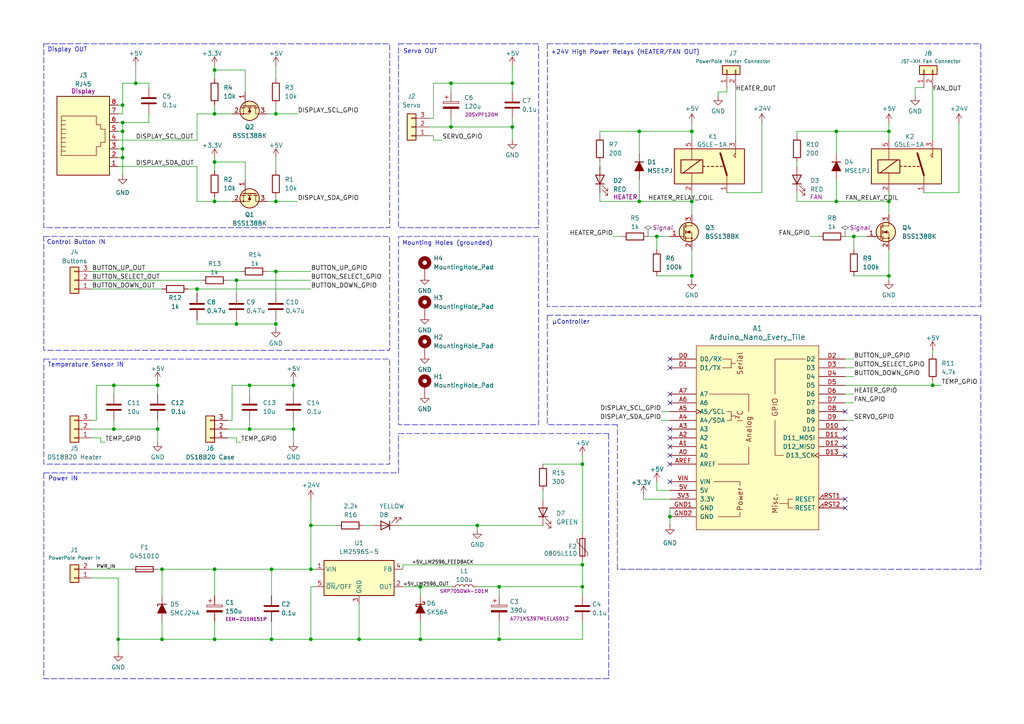
<source format=kicad_sch>
(kicad_sch (version 20231120) (generator "eeschema") (generator_version "8.0")
  (paper "A4")
  (title_block (title "Automated Enclosure Heater PCB") (date "2024-03-24") (rev "v0.1") (comment 1 "Author: Timo Tomasini"))
  (lib_symbols
    (symbol "Connector:RJ45" (pin_names (offset 1.016))
      (property "Reference" "J" (at -5.08 13.97 0))
      (property "Value" "RJ45" (at 2.54 13.97 0))
      (symbol "RJ45_1_1"
        (pin passive line (at 10.16 -7.62 180) (length 2.54) (name "~") (number "1"))
        (pin passive line (at 10.16 -5.08 180) (length 2.54) (name "~") (number "2"))
        (pin passive line (at 10.16 -2.54 180) (length 2.54) (name "~") (number "3"))
        (pin passive line (at 10.16 0 180) (length 2.54) (name "~") (number "4"))
        (pin passive line (at 10.16 2.54 180) (length 2.54) (name "~") (number "5"))
        (pin passive line (at 10.16 5.08 180) (length 2.54) (name "~") (number "6"))
        (pin passive line (at 10.16 7.62 180) (length 2.54) (name "~") (number "7"))
        (pin passive line (at 10.16 10.16 180) (length 2.54) (name "~") (number "8"))
      )
    )
    (symbol "Connector_Generic:Conn_01x02" (pin_names (offset 1.016) hide)
      (property "Reference" "J" (at 0 2.54 0))
      (property "Value" "Conn_01x02" (at 0 -5.08 0))
      (symbol "Conn_01x02_1_1"
        (pin passive line (at -5.08 0 0) (length 3.81) (name "Pin_1") (number "1"))
        (pin passive line (at -5.08 -2.54 0) (length 3.81) (name "Pin_2") (number "2"))
      )
    )
    (symbol "Connector_Generic:Conn_01x03" (pin_names (offset 1.016) hide)
      (property "Reference" "J" (at 0 5.08 0))
      (property "Value" "Conn_01x03" (at 0 -5.08 0))
      (symbol "Conn_01x03_1_1"
        (pin passive line (at -5.08 2.54 0) (length 3.81) (name "Pin_1") (number "1"))
        (pin passive line (at -5.08 0 0) (length 3.81) (name "Pin_2") (number "2"))
        (pin passive line (at -5.08 -2.54 0) (length 3.81) (name "Pin_3") (number "3"))
      )
    )
    (symbol "Device:C" (pin_numbers hide) (pin_names (offset 0.254))
      (property "Reference" "C" (at 0.635 2.54 0))
      (property "Value" "C" (at 0.635 -2.54 0))
      (symbol "C_1_1"
        (pin passive line (at 0 3.81 270) (length 2.794) (name "~") (number "1"))
        (pin passive line (at 0 -3.81 90) (length 2.794) (name "~") (number "2"))
      )
    )
    (symbol "Device:C_Polarized" (pin_numbers hide) (pin_names (offset 0.254))
      (property "Reference" "C" (at 0.635 2.54 0))
      (property "Value" "C_Polarized" (at 0.635 -2.54 0))
      (symbol "C_Polarized_1_1"
        (pin passive line (at 0 3.81 270) (length 2.794) (name "~") (number "1"))
        (pin passive line (at 0 -3.81 90) (length 2.794) (name "~") (number "2"))
      )
    )
    (symbol "Device:Fuse" (pin_numbers hide) (pin_names (offset 0))
      (property "Reference" "F" (at 2.032 0 90))
      (property "Value" "Fuse" (at -1.905 0 90))
      (symbol "Fuse_1_1"
        (pin passive line (at 0 3.81 270) (length 1.27) (name "~") (number "1"))
        (pin passive line (at 0 -3.81 90) (length 1.27) (name "~") (number "2"))
      )
    )
    (symbol "Device:L" (pin_numbers hide) (pin_names (offset 1.016) hide)
      (property "Reference" "L" (at -1.27 0 90))
      (property "Value" "L" (at 1.905 0 90))
      (symbol "L_1_1"
        (pin passive line (at 0 3.81 270) (length 1.27) (name "1") (number "1"))
        (pin passive line (at 0 -3.81 90) (length 1.27) (name "2") (number "2"))
      )
    )
    (symbol "Device:LED" (pin_numbers hide) (pin_names (offset 1.016) hide)
      (property "Reference" "D" (at 0 2.54 0))
      (property "Value" "LED" (at 0 -2.54 0))
      (symbol "LED_1_1"
        (pin passive line (at -3.81 0 0) (length 2.54) (name "K") (number "1"))
        (pin passive line (at 3.81 0 180) (length 2.54) (name "A") (number "2"))
      )
    )
    (symbol "Device:Polyfuse" (pin_numbers hide) (pin_names (offset 0))
      (property "Reference" "F" (at -2.54 0 90))
      (property "Value" "Polyfuse" (at 2.54 0 90))
      (symbol "Polyfuse_1_1"
        (pin passive line (at 0 3.81 270) (length 1.27) (name "~") (number "1"))
        (pin passive line (at 0 -3.81 90) (length 1.27) (name "~") (number "2"))
      )
    )
    (symbol "Device:R" (pin_numbers hide) (pin_names (offset 0))
      (property "Reference" "R" (at 2.032 0 90))
      (property "Value" "R" (at 0 0 90))
      (symbol "R_1_1"
        (pin passive line (at 0 3.81 270) (length 1.27) (name "~") (number "1"))
        (pin passive line (at 0 -3.81 90) (length 1.27) (name "~") (number "2"))
      )
    )
    (symbol "Mechanical:MountingHole_Pad" (pin_numbers hide) (pin_names (offset 1.016) hide) (exclude_from_sim yes) (in_bom no)
      (property "Reference" "H" (at 0 6.35 0))
      (property "Value" "MountingHole_Pad" (at 0 4.445 0))
      (symbol "MountingHole_Pad_1_1"
        (pin input line (at 0 -2.54 90) (length 2.54) (name "1") (number "1"))
      )
    )
    (symbol "PCM_Diode_AKL:MSE1PJ" (pin_numbers hide) (pin_names (offset 1.016) hide)
      (property "Reference" "D" (at 0 5.08 0))
      (property "Value" "MSE1PJ" (at 0 2.54 0))
      (symbol "MSE1PJ_1_1"
        (pin passive line (at 3.81 0 180) (length 2.54) (name "K") (number "1"))
        (pin passive line (at -3.81 0 0) (length 2.54) (name "A") (number "2"))
      )
    )
    (symbol "PCM_Diode_Schottky_AKL:SK56" (pin_numbers hide) (pin_names (offset 1.016) hide)
      (property "Reference" "D" (at 0 5.08 0))
      (property "Value" "SK56" (at 0 2.54 0))
      (symbol "SK56_1_1"
        (pin passive line (at 3.81 0 180) (length 2.54) (name "K") (number "1"))
        (pin passive line (at -3.81 0 0) (length 2.54) (name "A") (number "2"))
      )
    )
    (symbol "PCM_Diode_TVS_AKL:SMCJ24A" (pin_numbers hide) (pin_names (offset 1.016) hide)
      (property "Reference" "D" (at 0 5.08 0))
      (property "Value" "SMCJ24A" (at 0 2.54 0))
      (symbol "SMCJ24A_1_1"
        (pin passive line (at 3.81 0 180) (length 2.54) (name "K") (number "1"))
        (pin passive line (at -3.81 0 0) (length 2.54) (name "A") (number "2"))
      )
    )
    (symbol "PCM_Transistor_MOSFET_AKL:BSS138BK" (pin_names hide)
      (property "Reference" "Q" (at 5.08 1.27 0))
      (property "Value" "BSS138BK" (at 5.08 -1.27 0))
      (symbol "BSS138BK_1_1"
        (pin input line (at -3.81 -1.27 0) (length 2.54) (name "G") (number "1"))
        (pin passive line (at 2.54 -5.08 90) (length 2.54) (name "S") (number "2"))
        (pin passive line (at 2.54 5.08 270) (length 2.54) (name "D") (number "3"))
      )
    )
    (symbol "PCM_arduino-library:Arduino_Nano_Every_Tile" (pin_names (offset 1.016))
      (property "Reference" "A" (at 0 33.02 0))
      (property "Value" "Arduino_Nano_Every_Tile" (at 0 29.21 0))
      (symbol "Arduino_Nano_Every_Tile_0_0"
        (text "Analog" (at -2.54 2.54 900) (effects (font (size 1.524 1.524))))
        (text "I²C" (at -5.08 6.35 900) (effects (font (size 1.524 1.524))))
        (text "Misc." (at 5.08 -19.05 900) (effects (font (size 1.524 1.524))))
        (text "Power" (at -5.08 -17.78 900) (effects (font (size 1.524 1.524))))
        (text "Serial" (at -5.08 21.59 900) (effects (font (size 1.524 1.524))))
      )
      (symbol "Arduino_Nano_Every_Tile_1_0"
        (text "GPIO" (at 5.08 8.89 900) (effects (font (size 1.524 1.524))))
      )
      (symbol "Arduino_Nano_Every_Tile_1_1"
        (pin power_out line (at -25.4 -17.78 0) (length 7.62) (name "3.3V") (number "3V3"))
        (pin power_in line (at -25.4 -15.24 0) (length 7.62) (name "5V") (number "5V"))
        (pin bidirectional line (at -25.4 -5.08 0) (length 7.62) (name "A0") (number "A0"))
        (pin bidirectional line (at -25.4 -2.54 0) (length 7.62) (name "A1") (number "A1"))
        (pin bidirectional line (at -25.4 0 0) (length 7.62) (name "A2") (number "A2"))
        (pin bidirectional line (at -25.4 2.54 0) (length 7.62) (name "A3") (number "A3"))
        (pin bidirectional line (at -25.4 5.08 0) (length 7.62) (name "A4/SDA") (number "A4"))
        (pin bidirectional clock (at -25.4 7.62 0) (length 7.62) (name "A5/SCL") (number "A5"))
        (pin input line (at -25.4 10.16 0) (length 7.62) (name "A6") (number "A6"))
        (pin input line (at -25.4 12.7 0) (length 7.62) (name "A7") (number "A7"))
        (pin input line (at -25.4 -7.62 0) (length 7.62) (name "AREF") (number "AREF"))
        (pin bidirectional line (at -25.4 22.86 0) (length 7.62) (name "D0/RX") (number "D0"))
        (pin bidirectional line (at -25.4 20.32 0) (length 7.62) (name "D1/TX") (number "D1"))
        (pin bidirectional line (at 25.4 2.54 180) (length 7.62) (name "D10") (number "D10"))
        (pin bidirectional line (at 25.4 0 180) (length 7.62) (name "D11_MOSI") (number "D11"))
        (pin bidirectional line (at 25.4 -2.54 180) (length 7.62) (name "D12_MISO") (number "D12"))
        (pin bidirectional clock (at 25.4 -5.08 180) (length 7.62) (name "D13_SCK") (number "D13"))
        (pin bidirectional line (at 25.4 22.86 180) (length 7.62) (name "D2") (number "D2"))
        (pin bidirectional line (at 25.4 20.32 180) (length 7.62) (name "D3") (number "D3"))
        (pin bidirectional line (at 25.4 17.78 180) (length 7.62) (name "D4") (number "D4"))
        (pin bidirectional line (at 25.4 15.24 180) (length 7.62) (name "D5") (number "D5"))
        (pin bidirectional line (at 25.4 12.7 180) (length 7.62) (name "D6") (number "D6"))
        (pin bidirectional line (at 25.4 10.16 180) (length 7.62) (name "D7") (number "D7"))
        (pin bidirectional line (at 25.4 7.62 180) (length 7.62) (name "D8") (number "D8"))
        (pin bidirectional line (at 25.4 5.08 180) (length 7.62) (name "D9") (number "D9"))
        (pin power_in line (at -25.4 -20.32 0) (length 7.62) (name "GND") (number "GND1"))
        (pin power_in line (at -25.4 -22.86 0) (length 7.62) (name "GND") (number "GND2"))
        (pin open_collector input_low (at 25.4 -17.78 180) (length 7.62) (name "RESET") (number "RST1"))
        (pin open_collector input_low (at 25.4 -20.32 180) (length 7.62) (name "RESET") (number "RST2"))
        (pin power_in line (at -25.4 -12.7 0) (length 7.62) (name "VIN") (number "VIN"))
      )
    )
    (symbol "Regulator_Switching:LM2596S-5"
      (property "Reference" "U" (at -10.16 6.35 0))
      (property "Value" "LM2596S-5" (at 0 6.35 0))
      (symbol "LM2596S-5_1_1"
        (pin power_in line (at -12.7 2.54 0) (length 2.54) (name "VIN") (number "1"))
        (pin output line (at 12.7 -2.54 180) (length 2.54) (name "OUT") (number "2"))
        (pin power_in line (at 0 -7.62 90) (length 2.54) (name "GND") (number "3"))
        (pin input line (at 12.7 2.54 180) (length 2.54) (name "FB") (number "4"))
        (pin input line (at -12.7 -2.54 0) (length 2.54) (name "~{ON}/OFF") (number "5"))
      )
    )
    (symbol "Symbol_Library:G5LE-1A"
      (property "Reference" "K" (at 11.43 3.81 0))
      (property "Value" "G5LE-1" (at 11.43 1.27 0))
      (symbol "G5LE-1A_1_1"
        (pin passive line (at 5.08 -7.62 90) (length 2.54) (name "~") (number "1"))
        (pin passive line (at -5.08 -7.62 90) (length 2.54) (name "~") (number "2"))
        (pin passive line (at 7.62 7.62 270) (length 2.54) (name "~") (number "3"))
        (pin passive line (at -5.08 7.62 270) (length 2.54) (name "~") (number "5"))
      )
    )
    (symbol "power:+24V" (power) (pin_numbers hide) (pin_names (offset 0) hide)
      (property "Value" "+24V" (at 0 3.556 0))
      (symbol "+24V_1_1"
        (pin power_in line (at 0 0 90) (length 0) (name "~") (number "1"))
      )
    )
    (symbol "power:+3.3V" (power) (pin_numbers hide) (pin_names (offset 0) hide)
      (property "Value" "+3.3V" (at 0 3.556 0))
      (symbol "+3.3V_1_1"
        (pin power_in line (at 0 0 90) (length 0) (name "~") (number "1"))
      )
    )
    (symbol "power:+5V" (power) (pin_numbers hide) (pin_names (offset 0) hide)
      (property "Value" "+5V" (at 0 3.556 0))
      (symbol "+5V_1_1"
        (pin power_in line (at 0 0 90) (length 0) (name "~") (number "1"))
      )
    )
    (symbol "power:GND" (power) (pin_numbers hide) (pin_names (offset 0) hide)
      (property "Value" "GND" (at 0 -3.81 0))
      (symbol "GND_1_1"
        (pin power_in line (at 0 0 270) (length 0) (name "~") (number "1"))
      )
    )
  )
  (junction (at 247.65 68.58))
  (junction (at 144.78 185.42))
  (junction (at 121.92 170.18))
  (junction (at 185.42 38.1))
  (junction (at 33.02 111.76))
  (junction (at 33.02 124.46))
  (junction (at 45.72 111.76))
  (junction (at 46.99 165.1))
  (junction (at 90.17 152.4))
  (junction (at 257.81 58.42))
  (junction (at 34.29 185.42))
  (junction (at 130.81 24.13))
  (junction (at 57.15 83.82))
  (junction (at 78.74 165.1))
  (junction (at 90.17 185.42))
  (junction (at 148.59 24.13))
  (junction (at 85.09 124.46))
  (junction (at 35.56 43.18))
  (junction (at 138.43 152.4))
  (junction (at 200.66 38.1))
  (junction (at 85.09 111.76))
  (junction (at 190.5 68.58))
  (junction (at 78.74 185.42))
  (junction (at 144.78 170.18))
  (junction (at 168.91 134.62))
  (junction (at 80.01 58.42))
  (junction (at 62.23 185.42))
  (junction (at 121.92 185.42))
  (junction (at 62.23 33.02))
  (junction (at 35.56 35.56))
  (junction (at 104.14 185.42))
  (junction (at 72.39 124.46))
  (junction (at 270.51 111.76))
  (junction (at 80.01 33.02))
  (junction (at 90.17 165.1))
  (junction (at 35.56 45.72))
  (junction (at 46.99 185.42))
  (junction (at 242.57 58.42))
  (junction (at 257.81 80.01))
  (junction (at 200.66 80.01))
  (junction (at 257.81 38.1))
  (junction (at 194.31 149.86))
  (junction (at 168.91 170.18))
  (junction (at 130.81 36.83))
  (junction (at 72.39 111.76))
  (junction (at 45.72 124.46))
  (junction (at 35.56 38.1))
  (junction (at 80.01 78.74))
  (junction (at 242.57 38.1))
  (junction (at 200.66 58.42))
  (junction (at 62.23 46.99))
  (junction (at 62.23 20.32))
  (junction (at 68.58 93.98))
  (junction (at 62.23 165.1))
  (junction (at 80.01 93.98))
  (junction (at 168.91 163.83))
  (junction (at 148.59 36.83))
  (junction (at 68.58 81.28))
  (junction (at 39.37 24.13))
  (junction (at 185.42 58.42))
  (junction (at 62.23 58.42))
  (junction (at 35.56 30.48))
  (no_connect (at 245.11 119.38))
  (no_connect (at 245.11 144.78))
  (no_connect (at 194.31 114.3))
  (no_connect (at 194.31 124.46))
  (no_connect (at 194.31 127))
  (no_connect (at 245.11 127))
  (no_connect (at 194.31 139.7))
  (no_connect (at 245.11 132.08))
  (no_connect (at 194.31 104.14))
  (no_connect (at 194.31 132.08))
  (no_connect (at 245.11 124.46))
  (no_connect (at 245.11 147.32))
  (no_connect (at 194.31 116.84))
  (no_connect (at 194.31 134.62))
  (no_connect (at 194.31 106.68))
  (no_connect (at 194.31 129.54))
  (no_connect (at 245.11 129.54))
  (wire (pts (xy 231.14 55.88) (xy 231.14 58.42)))
  (wire (pts (xy 190.5 142.24) (xy 194.31 142.24)))
  (wire (pts (xy 29.21 128.27) (xy 30.48 128.27)))
  (wire (pts (xy 72.39 124.46) (xy 85.09 124.46)))
  (wire (pts (xy 121.92 170.18) (xy 121.92 172.72)))
  (wire (pts (xy 67.31 58.42) (xy 62.23 58.42)))
  (wire (pts (xy 168.91 185.42) (xy 144.78 185.42)))
  (wire (pts (xy 185.42 44.45) (xy 185.42 38.1)))
  (wire (pts (xy 124.46 36.83) (xy 130.81 36.83)))
  (wire (pts (xy 34.29 33.02) (xy 35.56 33.02)))
  (wire (pts (xy 168.91 162.56) (xy 168.91 163.83)))
  (wire (pts (xy 231.14 58.42) (xy 242.57 58.42)))
  (wire (pts (xy 242.57 58.42) (xy 257.81 58.42)))
  (wire (pts (xy 62.23 20.32) (xy 62.23 22.86)))
  (wire (pts (xy 270.51 111.76) (xy 273.05 111.76)))
  (wire (pts (xy 43.18 33.02) (xy 43.18 35.56)))
  (wire (pts (xy 80.01 78.74) (xy 80.01 85.09)))
  (wire (pts (xy 34.29 30.48) (xy 35.56 30.48)))
  (wire (pts (xy 62.23 19.05) (xy 62.23 20.32)))
  (wire (pts (xy 168.91 170.18) (xy 168.91 172.72)))
  (wire (pts (xy 71.12 52.07) (xy 71.12 46.99)))
  (wire (pts (xy 35.56 24.13) (xy 35.56 30.48)))
  (wire (pts (xy 35.56 43.18) (xy 35.56 45.72)))
  (wire (pts (xy 90.17 170.18) (xy 90.17 185.42)))
  (wire (pts (xy 200.66 80.01) (xy 200.66 72.39)))
  (wire (pts (xy 33.02 111.76) (xy 33.02 114.3)))
  (wire (pts (xy 72.39 111.76) (xy 72.39 114.3)))
  (wire (pts (xy 34.29 38.1) (xy 35.56 38.1)))
  (wire (pts (xy 125.73 34.29) (xy 125.73 24.13)))
  (wire (pts (xy 247.65 68.58) (xy 251.46 68.58)))
  (wire (pts (xy 168.91 170.18) (xy 144.78 170.18)))
  (wire (pts (xy 90.17 165.1) (xy 91.44 165.1)))
  (wire (pts (xy 43.18 35.56) (xy 35.56 35.56)))
  (wire (pts (xy 43.18 24.13) (xy 39.37 24.13)))
  (wire (pts (xy 105.41 152.4) (xy 107.95 152.4)))
  (wire (pts (xy 33.02 124.46) (xy 45.72 124.46)))
  (wire (pts (xy 80.01 93.98) (xy 80.01 92.71)))
  (wire (pts (xy 86.36 58.42) (xy 80.01 58.42)))
  (wire (pts (xy 72.39 121.92) (xy 72.39 124.46)))
  (wire (pts (xy 270.51 25.4) (xy 270.51 40.64)))
  (wire (pts (xy 85.09 124.46) (xy 85.09 128.27)))
  (wire (pts (xy 138.43 152.4) (xy 138.43 153.67)))
  (wire (pts (xy 34.29 185.42) (xy 46.99 185.42)))
  (wire (pts (xy 125.73 40.64) (xy 125.73 39.37)))
  (wire (pts (xy 33.02 121.92) (xy 33.02 124.46)))
  (wire (pts (xy 173.99 39.37) (xy 173.99 38.1)))
  (wire (pts (xy 247.65 116.84) (xy 245.11 116.84)))
  (wire (pts (xy 78.74 165.1) (xy 90.17 165.1)))
  (wire (pts (xy 66.04 124.46) (xy 72.39 124.46)))
  (wire (pts (xy 257.81 55.88) (xy 257.81 58.42)))
  (wire (pts (xy 80.01 45.72) (xy 80.01 49.53)))
  (polyline (pts (xy 179.07 165.1) (xy 179.07 123.19)) (stroke (width 0) (type dash)))
  (wire (pts (xy 208.28 26.67) (xy 208.28 27.94)))
  (wire (pts (xy 148.59 19.05) (xy 148.59 24.13)))
  (wire (pts (xy 116.84 163.83) (xy 168.91 163.83)))
  (wire (pts (xy 78.74 180.34) (xy 78.74 185.42)))
  (wire (pts (xy 270.51 111.76) (xy 270.51 110.49)))
  (wire (pts (xy 86.36 33.02) (xy 80.01 33.02)))
  (wire (pts (xy 234.95 68.58) (xy 237.49 68.58)))
  (wire (pts (xy 34.29 167.64) (xy 34.29 185.42)))
  (wire (pts (xy 247.65 109.22) (xy 245.11 109.22)))
  (wire (pts (xy 210.82 25.4) (xy 210.82 26.67)))
  (wire (pts (xy 35.56 43.18) (xy 34.29 43.18)))
  (wire (pts (xy 90.17 152.4) (xy 97.79 152.4)))
  (polyline (pts (xy 176.53 125.73) (xy 176.53 196.85)) (stroke (width 0) (type dash)))
  (wire (pts (xy 54.61 83.82) (xy 57.15 83.82)))
  (wire (pts (xy 144.78 180.34) (xy 144.78 185.42)))
  (wire (pts (xy 257.81 35.56) (xy 257.81 38.1)))
  (wire (pts (xy 68.58 93.98) (xy 68.58 92.71)))
  (wire (pts (xy 67.31 121.92) (xy 67.31 111.76)))
  (wire (pts (xy 80.01 33.02) (xy 77.47 33.02)))
  (wire (pts (xy 26.67 83.82) (xy 46.99 83.82)))
  (wire (pts (xy 71.12 20.32) (xy 71.12 26.67)))
  (wire (pts (xy 62.23 58.42) (xy 62.23 57.15)))
  (wire (pts (xy 200.66 58.42) (xy 200.66 62.23)))
  (wire (pts (xy 34.29 45.72) (xy 35.56 45.72)))
  (wire (pts (xy 242.57 52.07) (xy 242.57 58.42)))
  (polyline (pts (xy 284.48 165.1) (xy 179.07 165.1)) (stroke (width 0) (type dash)))
  (wire (pts (xy 231.14 46.99) (xy 231.14 48.26)))
  (wire (pts (xy 210.82 26.67) (xy 208.28 26.67)))
  (wire (pts (xy 62.23 165.1) (xy 78.74 165.1)))
  (wire (pts (xy 62.23 165.1) (xy 62.23 172.72)))
  (wire (pts (xy 45.72 124.46) (xy 45.72 128.27)))
  (wire (pts (xy 26.67 124.46) (xy 33.02 124.46)))
  (wire (pts (xy 278.13 55.88) (xy 278.13 35.56)))
  (polyline (pts (xy 158.75 91.44) (xy 284.48 91.44)) (stroke (width 0) (type dash)))
  (wire (pts (xy 247.65 104.14) (xy 245.11 104.14)))
  (wire (pts (xy 104.14 175.26) (xy 104.14 185.42)))
  (wire (pts (xy 242.57 38.1) (xy 257.81 38.1)))
  (wire (pts (xy 257.81 81.28) (xy 257.81 80.01)))
  (polyline (pts (xy 115.57 137.16) (xy 115.57 125.73)) (stroke (width 0) (type dash)))
  (wire (pts (xy 34.29 185.42) (xy 34.29 189.23)))
  (wire (pts (xy 270.51 101.6) (xy 270.51 102.87)))
  (wire (pts (xy 168.91 163.83) (xy 168.91 170.18)))
  (wire (pts (xy 210.82 55.88) (xy 220.98 55.88)))
  (wire (pts (xy 67.31 111.76) (xy 72.39 111.76)))
  (wire (pts (xy 125.73 24.13) (xy 130.81 24.13)))
  (wire (pts (xy 80.01 30.48) (xy 80.01 33.02)))
  (wire (pts (xy 78.74 185.42) (xy 90.17 185.42)))
  (wire (pts (xy 220.98 55.88) (xy 220.98 35.56)))
  (wire (pts (xy 125.73 39.37) (xy 124.46 39.37)))
  (wire (pts (xy 78.74 165.1) (xy 78.74 172.72)))
  (wire (pts (xy 231.14 39.37) (xy 231.14 38.1)))
  (wire (pts (xy 173.99 46.99) (xy 173.99 48.26)))
  (wire (pts (xy 34.29 35.56) (xy 35.56 35.56)))
  (wire (pts (xy 85.09 110.49) (xy 85.09 111.76)))
  (wire (pts (xy 247.65 106.68) (xy 245.11 106.68)))
  (polyline (pts (xy 158.75 91.44) (xy 158.75 123.19)) (stroke (width 0) (type dash)))
  (wire (pts (xy 46.99 185.42) (xy 46.99 180.34)))
  (wire (pts (xy 80.01 58.42) (xy 77.47 58.42)))
  (wire (pts (xy 62.23 180.34) (xy 62.23 185.42)))
  (wire (pts (xy 62.23 46.99) (xy 62.23 49.53)))
  (wire (pts (xy 68.58 128.27) (xy 68.58 127)))
  (wire (pts (xy 27.94 121.92) (xy 26.67 121.92)))
  (wire (pts (xy 57.15 58.42) (xy 62.23 58.42)))
  (wire (pts (xy 115.57 152.4) (xy 138.43 152.4)))
  (wire (pts (xy 57.15 58.42) (xy 57.15 48.26)))
  (wire (pts (xy 121.92 185.42) (xy 104.14 185.42)))
  (wire (pts (xy 35.56 33.02) (xy 35.56 30.48)))
  (wire (pts (xy 68.58 81.28) (xy 68.58 85.09)))
  (wire (pts (xy 173.99 38.1) (xy 185.42 38.1)))
  (wire (pts (xy 245.11 68.58) (xy 247.65 68.58)))
  (wire (pts (xy 62.23 185.42) (xy 78.74 185.42)))
  (wire (pts (xy 148.59 36.83) (xy 148.59 40.64)))
  (wire (pts (xy 213.36 25.4) (xy 213.36 40.64)))
  (wire (pts (xy 27.94 111.76) (xy 33.02 111.76)))
  (polyline (pts (xy 12.7 137.16) (xy 115.57 137.16)) (stroke (width 0) (type dash)))
  (wire (pts (xy 200.66 35.56) (xy 200.66 38.1)))
  (wire (pts (xy 77.47 78.74) (xy 80.01 78.74)))
  (wire (pts (xy 57.15 83.82) (xy 57.15 85.09)))
  (wire (pts (xy 168.91 132.08) (xy 168.91 134.62)))
  (wire (pts (xy 71.12 46.99) (xy 62.23 46.99)))
  (wire (pts (xy 200.66 55.88) (xy 200.66 58.42)))
  (wire (pts (xy 68.58 93.98) (xy 80.01 93.98)))
  (wire (pts (xy 26.67 78.74) (xy 69.85 78.74)))
  (wire (pts (xy 185.42 38.1) (xy 200.66 38.1)))
  (wire (pts (xy 26.67 167.64) (xy 34.29 167.64)))
  (wire (pts (xy 85.09 111.76) (xy 85.09 114.3)))
  (wire (pts (xy 247.65 68.58) (xy 247.65 72.39)))
  (polyline (pts (xy 115.57 125.73) (xy 176.53 125.73)) (stroke (width 0) (type dash)))
  (wire (pts (xy 45.72 121.92) (xy 45.72 124.46)))
  (wire (pts (xy 257.81 80.01) (xy 257.81 72.39)))
  (wire (pts (xy 57.15 33.02) (xy 57.15 40.64)))
  (wire (pts (xy 190.5 68.58) (xy 194.31 68.58)))
  (wire (pts (xy 177.8 68.58) (xy 180.34 68.58)))
  (wire (pts (xy 242.57 44.45) (xy 242.57 38.1)))
  (wire (pts (xy 200.66 38.1) (xy 200.66 40.64)))
  (wire (pts (xy 62.23 20.32) (xy 71.12 20.32)))
  (wire (pts (xy 148.59 24.13) (xy 148.59 26.67)))
  (wire (pts (xy 29.21 127) (xy 26.67 127)))
  (wire (pts (xy 116.84 163.83) (xy 116.84 165.1)))
  (wire (pts (xy 35.56 45.72) (xy 35.56 50.8)))
  (wire (pts (xy 43.18 24.13) (xy 43.18 25.4)))
  (wire (pts (xy 57.15 92.71) (xy 57.15 93.98)))
  (wire (pts (xy 90.17 152.4) (xy 90.17 165.1)))
  (wire (pts (xy 27.94 121.92) (xy 27.94 111.76)))
  (wire (pts (xy 62.23 33.02) (xy 57.15 33.02)))
  (wire (pts (xy 200.66 81.28) (xy 200.66 80.01)))
  (wire (pts (xy 90.17 170.18) (xy 91.44 170.18)))
  (wire (pts (xy 247.65 114.3) (xy 245.11 114.3)))
  (wire (pts (xy 130.81 34.29) (xy 130.81 36.83)))
  (wire (pts (xy 68.58 128.27) (xy 69.85 128.27)))
  (wire (pts (xy 194.31 152.4) (xy 194.31 149.86)))
  (wire (pts (xy 194.31 121.92) (xy 191.77 121.92)))
  (wire (pts (xy 26.67 165.1) (xy 38.1 165.1)))
  (wire (pts (xy 231.14 38.1) (xy 242.57 38.1)))
  (wire (pts (xy 68.58 127) (xy 66.04 127)))
  (wire (pts (xy 85.09 121.92) (xy 85.09 124.46)))
  (wire (pts (xy 45.72 110.49) (xy 45.72 111.76)))
  (wire (pts (xy 186.69 143.51) (xy 186.69 144.78)))
  (wire (pts (xy 157.48 142.24) (xy 157.48 144.78)))
  (wire (pts (xy 62.23 45.72) (xy 62.23 46.99)))
  (polyline (pts (xy 176.53 196.85) (xy 12.7 196.85)) (stroke (width 0) (type dash)))
  (wire (pts (xy 57.15 93.98) (xy 68.58 93.98)))
  (wire (pts (xy 66.04 81.28) (xy 68.58 81.28)))
  (wire (pts (xy 33.02 111.76) (xy 45.72 111.76)))
  (wire (pts (xy 45.72 165.1) (xy 46.99 165.1)))
  (wire (pts (xy 90.17 144.78) (xy 90.17 152.4)))
  (wire (pts (xy 26.67 81.28) (xy 58.42 81.28)))
  (wire (pts (xy 46.99 165.1) (xy 62.23 165.1)))
  (wire (pts (xy 267.97 25.4) (xy 265.43 25.4)))
  (wire (pts (xy 186.69 144.78) (xy 194.31 144.78)))
  (wire (pts (xy 80.01 19.05) (xy 80.01 22.86)))
  (wire (pts (xy 157.48 134.62) (xy 168.91 134.62)))
  (wire (pts (xy 190.5 139.7) (xy 190.5 142.24)))
  (wire (pts (xy 185.42 52.07) (xy 185.42 58.42)))
  (wire (pts (xy 245.11 111.76) (xy 270.51 111.76)))
  (wire (pts (xy 257.81 58.42) (xy 257.81 62.23)))
  (wire (pts (xy 35.56 38.1) (xy 35.56 43.18)))
  (wire (pts (xy 57.15 83.82) (xy 90.17 83.82)))
  (wire (pts (xy 168.91 134.62) (xy 168.91 154.94)))
  (wire (pts (xy 80.01 78.74) (xy 90.17 78.74)))
  (polyline (pts (xy 284.48 91.44) (xy 284.48 165.1)) (stroke (width 0) (type dash)))
  (wire (pts (xy 267.97 55.88) (xy 278.13 55.88)))
  (wire (pts (xy 125.73 34.29) (xy 124.46 34.29)))
  (wire (pts (xy 144.78 172.72) (xy 144.78 170.18)))
  (wire (pts (xy 257.81 38.1) (xy 257.81 40.64)))
  (wire (pts (xy 173.99 55.88) (xy 173.99 58.42)))
  (wire (pts (xy 130.81 24.13) (xy 148.59 24.13)))
  (wire (pts (xy 39.37 24.13) (xy 35.56 24.13)))
  (wire (pts (xy 130.81 24.13) (xy 130.81 26.67)))
  (wire (pts (xy 62.23 33.02) (xy 62.23 30.48)))
  (wire (pts (xy 148.59 34.29) (xy 148.59 36.83)))
  (wire (pts (xy 190.5 68.58) (xy 190.5 72.39)))
  (wire (pts (xy 168.91 180.34) (xy 168.91 185.42)))
  (wire (pts (xy 80.01 93.98) (xy 80.01 95.25)))
  (wire (pts (xy 45.72 111.76) (xy 45.72 114.3)))
  (wire (pts (xy 67.31 121.92) (xy 66.04 121.92)))
  (wire (pts (xy 121.92 180.34) (xy 121.92 185.42)))
  (wire (pts (xy 247.65 80.01) (xy 257.81 80.01)))
  (wire (pts (xy 128.27 40.64) (xy 125.73 40.64)))
  (polyline (pts (xy 179.07 123.19) (xy 158.75 123.19)) (stroke (width 0) (type dash)))
  (wire (pts (xy 121.92 185.42) (xy 144.78 185.42)))
  (wire (pts (xy 57.15 40.64) (xy 34.29 40.64)))
  (wire (pts (xy 46.99 185.42) (xy 62.23 185.42)))
  (wire (pts (xy 39.37 24.13) (xy 39.37 19.05)))
  (wire (pts (xy 80.01 57.15) (xy 80.01 58.42)))
  (wire (pts (xy 72.39 111.76) (xy 85.09 111.76)))
  (wire (pts (xy 116.84 170.18) (xy 121.92 170.18)))
  (wire (pts (xy 121.92 170.18) (xy 130.81 170.18)))
  (wire (pts (xy 90.17 185.42) (xy 104.14 185.42)))
  (polyline (pts (xy 12.7 137.16) (xy 12.7 196.85)) (stroke (width 0) (type dash)))
  (wire (pts (xy 194.31 119.38) (xy 191.77 119.38)))
  (wire (pts (xy 68.58 81.28) (xy 90.17 81.28)))
  (wire (pts (xy 130.81 36.83) (xy 148.59 36.83)))
  (wire (pts (xy 187.96 68.58) (xy 190.5 68.58)))
  (wire (pts (xy 194.31 147.32) (xy 194.31 149.86)))
  (wire (pts (xy 46.99 165.1) (xy 46.99 172.72)))
  (wire (pts (xy 29.21 128.27) (xy 29.21 127)))
  (wire (pts (xy 34.29 48.26) (xy 57.15 48.26)))
  (wire (pts (xy 265.43 25.4) (xy 265.43 27.94)))
  (wire (pts (xy 67.31 33.02) (xy 62.23 33.02)))
  (wire (pts (xy 138.43 152.4) (xy 157.48 152.4)))
  (wire (pts (xy 245.11 121.92) (xy 247.65 121.92)))
  (wire (pts (xy 144.78 170.18) (xy 138.43 170.18)))
  (wire (pts (xy 35.56 35.56) (xy 35.56 38.1)))
  (wire (pts (xy 173.99 58.42) (xy 185.42 58.42)))
  (wire (pts (xy 185.42 58.42) (xy 200.66 58.42)))
  (wire (pts (xy 190.5 80.01) (xy 200.66 80.01)))
  (rectangle (start 115.57 12.7) (end 156.21 66.04) (stroke (width 0) (type dash)))
  (rectangle (start 12.7 12.7) (end 113.03 66.04) (stroke (width 0) (type dash)))
  (rectangle (start 115.57 68.58) (end 156.21 123.19) (stroke (width 0) (type dash)))
  (rectangle (start 12.7 104.14) (end 113.03 134.62) (stroke (width 0) (type dash)))
  (rectangle (start 158.75 12.7) (end 284.48 88.9) (stroke (width 0) (type dash)))
  (rectangle (start 12.7 68.58) (end 113.03 101.6) (stroke (width 0) (type dash)))
  (text "Servo OUT" (at 121.92 14.986 0) (effects (font (size 1.27 1.27))))
  (text "Power IN" (at 18.288 138.938 0) (effects (font (size 1.27 1.27))))
  (text "Temperature Sensor IN" (at 24.892 105.918 0) (effects (font (size 1.27 1.27))))
  (text "µController" (at 165.608 93.472 0) (effects (font (size 1.27 1.27))))
  (text "+24V High Power Relays (HEATER/FAN OUT)" (at 181.356 15.24 0) (effects (font (size 1.27 1.27))))
  (text "Mounting Holes (grounded)" (at 129.794 70.612 0) (effects (font (size 1.27 1.27))))
  (text "Control Button IN" (at 22.098 70.358 0) (effects (font (size 1.27 1.27))))
  (text "Display OUT" (at 19.558 14.478 0) (effects (font (size 1.27 1.27))))
  (label "SERVO_GPIO" (at 247.65 121.92 0))
  (label "HEATER_GPIO" (at 177.8 68.58 180))
  (label "BUTTON_SELECT_GPIO" (at 247.65 106.68 0))
  (label "BUTTON_UP_GPIO" (at 90.17 78.74 0))
  (label "DISPLAY_SCL_OUT" (at 39.37 40.64 0))
  (label "DISPLAY_SDA_GPIO" (at 86.36 58.42 0))
  (label "HEATER_RELAY_COIL" (at 187.96 58.42 0))
  (label "FAN_RELAY_COIL" (at 245.11 58.42 0))
  (label "BUTTON_SELECT_GPIO" (at 90.17 81.28 0))
  (label "BUTTON_UP_OUT" (at 26.67 78.74 0))
  (label "TEMP_GPIO" (at 273.05 111.76 0))
  (label "DISPLAY_SDA_GPIO" (at 191.77 121.92 180))
  (label "+5V_LM2596_FEEDBACK" (at 119.38 163.83 0) (effects (font (size 1 1))))
  (label "BUTTON_SELECT_OUT" (at 26.67 81.28 0))
  (label "FAN_GPIO" (at 247.65 116.84 0))
  (label "PWR_IN" (at 27.94 165.1 0) (effects (font (size 1 1))))
  (label "BUTTON_UP_GPIO" (at 247.65 104.14 0))
  (label "+5V_LM2596_OUT" (at 116.84 170.18 0) (effects (font (size 1 1))))
  (label "BUTTON_DOWN_GPIO" (at 90.17 83.82 0))
  (label "FAN_OUT" (at 270.51 26.67 0))
  (label "DISPLAY_SCL_GPIO" (at 191.77 119.38 180))
  (label "BUTTON_DOWN_GPIO" (at 247.65 109.22 0))
  (label "DISPLAY_SDA_OUT" (at 39.37 48.26 0))
  (label "FAN_GPIO" (at 234.95 68.58 180))
  (label "DISPLAY_SCL_GPIO" (at 86.36 33.02 0))
  (label "SERVO_GPIO" (at 128.27 40.64 0))
  (label "HEATER_GPIO" (at 247.65 114.3 0))
  (label "BUTTON_DOWN_OUT" (at 26.67 83.82 0))
  (label "TEMP_GPIO" (at 30.48 128.27 0))
  (label "HEATER_OUT" (at 213.36 26.67 0))
  (label "TEMP_GPIO" (at 69.85 128.27 0))
  (netclass_flag "" (length 2.54) (shape diamond) (at 187.96 68.58 0) (property "Netclass" "Signal" (at 189.1665 66.04 0) (effects (font (italic yes)) (justify left))))
  (netclass_flag "" (length 2.54) (shape diamond) (at 245.11 68.58 0) (property "Netclass" "Signal" (at 246.3165 66.04 0) (effects (font (italic yes)) (justify left))))
  (symbol (lib_id "Device:C") (at 33.02 118.11 0) (unit 1)
    (property "Reference" "C11" (at 36.83 116.8399 0) (effects (justify left)))
    (property "Value" "10u" (at 36.83 119.3799 0) (effects (justify left)))
    (property "Footprint" "Capacitor_SMD:C_0805_2012Metric" (effects (hide yes)))
    (property "Description" "Unpolarized capacitor" (effects (hide yes)))
  )
  (symbol (lib_id "Connector:RJ45") (at 24.13 40.64 0) (unit 1)
    (property "Reference" "J3" (at 24.13 21.844 0))
    (property "Value" "RJ45" (at 24.13 24.384 0))
    (property "Footprint" "Connector_RJ:RJ45_Amphenol_54602-x08_Horizontal" (effects (hide yes)))
    (property "Description" "RJ connector, 8P8C (8 positions 8 connected)" (effects (hide yes)))
    (property "Functionality" "Display" (at 24.13 26.416 0))
    (property "Cable Type" "Cat 5e" (effects (hide yes)))
  )
  (symbol (lib_id "Device:R") (at 270.51 106.68 0) (unit 1)
    (property "Reference" "R11" (at 273.05 105.4099 0) (effects (justify left)))
    (property "Value" "4.7k" (at 273.05 107.9499 0) (effects (justify left)))
    (property "Footprint" "Resistor_SMD:R_0805_2012Metric" (effects (hide yes)))
    (property "Description" "Resistor" (effects (hide yes)))
  )
  (symbol (lib_id "power:+24V") (at 220.98 35.56 0) (unit 1)
    (property "Reference" "#PWR014" (effects (hide yes)))
    (property "Value" "+24V" (at 220.98 31.496 0))
    (property "Description" "Power symbol creates a global label with name \"+24V\"" (effects (hide yes)))
  )
  (symbol (lib_id "power:+5V") (at 39.37 19.05 0) (unit 1)
    (property "Reference" "#PWR04" (effects (hide yes)))
    (property "Value" "+5V" (at 39.37 15.494 0))
    (property "Description" "Power symbol creates a global label with name \"+5V\"" (effects (hide yes)))
  )
  (symbol (lib_id "Device:LED") (at 173.99 52.07 90) (unit 1)
    (property "Reference" "D2" (at 177.8 52.3874 90) (effects (justify right)))
    (property "Value" "RED" (at 177.8 54.9274 90) (effects (justify right)))
    (property "Footprint" "LED_SMD:LED_0805_2012Metric" (effects (hide yes)))
    (property "Description" "Light emitting diode" (effects (hide yes)))
    (property "Purpose" "HEATER" (at 181.356 57.15 90))
  )
  (symbol (lib_id "Device:R") (at 247.65 76.2 180) (unit 1)
    (property "Reference" "R9" (at 250.19 74.9299 0) (effects (justify right)))
    (property "Value" "100k" (at 250.19 77.4699 0) (effects (justify right)))
    (property "Footprint" "Resistor_SMD:R_0805_2012Metric" (effects (hide yes)))
    (property "Description" "Resistor" (effects (hide yes)))
  )
  (symbol (lib_id "Device:R") (at 157.48 138.43 0) (unit 1)
    (property "Reference" "R15" (at 160.02 137.1599 0) (effects (justify left)))
    (property "Value" "300" (at 160.02 139.6999 0) (effects (justify left)))
    (property "Footprint" "Resistor_SMD:R_0805_2012Metric" (effects (hide yes)))
    (property "Description" "Resistor" (effects (hide yes)))
  )
  (symbol (lib_id "power:+5V") (at 45.72 110.49 0) (unit 1)
    (property "Reference" "#PWR022" (effects (hide yes)))
    (property "Value" "+5V" (at 45.72 106.934 0))
    (property "Description" "Power symbol creates a global label with name \"+5V\"" (effects (hide yes)))
  )
  (symbol (lib_id "power:GND") (at 200.66 81.28 0) (unit 1)
    (property "Reference" "#PWR06" (effects (hide yes)))
    (property "Value" "GND" (at 200.66 85.598 0))
    (property "Description" "Power symbol creates a global label with name \"GND\" , ground" (effects (hide yes)))
  )
  (symbol (lib_id "Device:R") (at 50.8 83.82 270) (unit 1)
    (property "Reference" "R12" (at 50.8 86.36 90))
    (property "Value" "1k" (at 50.8 88.9 90))
    (property "Footprint" "Resistor_SMD:R_0805_2012Metric" (effects (hide yes)))
    (property "Description" "Resistor" (effects (hide yes)))
  )
  (symbol (lib_id "power:GND") (at 123.19 91.44 0) (unit 1)
    (property "Reference" "#PWR03" (effects (hide yes)))
    (property "Value" "GND" (at 123.19 95.758 0))
    (property "Description" "Power symbol creates a global label with name \"GND\" , ground" (effects (hide yes)))
  )
  (symbol (lib_id "Device:R") (at 73.66 78.74 270) (unit 1)
    (property "Reference" "R14" (at 73.914 73.914 90))
    (property "Value" "1k" (at 73.914 76.454 90))
    (property "Footprint" "Resistor_SMD:R_0805_2012Metric" (effects (hide yes)))
    (property "Description" "Resistor" (effects (hide yes)))
  )
  (symbol (lib_id "PCM_Diode_TVS_AKL:SMCJ24A") (at 46.99 176.53 90) (unit 1)
    (property "Reference" "D5" (at 49.276 175.26 90) (effects (justify right)))
    (property "Value" "SMCJ24A" (at 49.276 177.8 90) (effects (justify right)))
    (property "Footprint" "Diode_SMD:D_SMC" (effects (hide yes)))
    (property "Datasheet" "https://www.tme.eu/Document/535c4da69331b5e4fe2b7f8cdcd9eb69/SMCJ_ser.pdf" (effects (hide yes)))
    (property "Description" "SMC Unidirectional TVS diode, 24V, 1500W, Alternate KiCAD Library" (effects (hide yes)))
  )
  (symbol (lib_id "Device:R") (at 173.99 43.18 0) (unit 1)
    (property "Reference" "R7" (at 176.53 41.9099 0) (effects (justify left)))
    (property "Value" "200" (at 176.53 44.4499 0) (effects (justify left)))
    (property "Footprint" "Resistor_SMD:R_0805_2012Metric" (effects (hide yes)))
    (property "Description" "Resistor" (effects (hide yes)))
  )
  (symbol (lib_id "power:+3.3V") (at 62.23 45.72 0) (unit 1)
    (property "Reference" "#PWR08" (effects (hide yes)))
    (property "Value" "+3.3V" (at 61.468 42.164 0))
    (property "Description" "Power symbol creates a global label with name \"+3.3V\"" (effects (hide yes)))
  )
  (symbol (lib_id "PCM_Diode_AKL:MSE1PJ") (at 185.42 48.26 90) (unit 1)
    (property "Reference" "D1" (at 187.706 46.99 90) (effects (justify right)))
    (property "Value" "MSE1PJ" (at 187.706 49.53 90) (effects (justify right)))
    (property "Footprint" "Diode_SMD:D_MicroSMP_AK" (effects (hide yes)))
    (property "Datasheet" "https://www.tme.eu/Document/bb412acf78155f7171e3c753949ff078/mse1p.pdf" (effects (hide yes)))
    (property "Description" "MicroSMP Diode, Fast Rectifier, 600V, 1A, 780ns, Alternate KiCad Library" (effects (hide yes)))
  )
  (symbol (lib_id "Mechanical:MountingHole_Pad") (at 123.19 100.33 0) (unit 1) (exclude_from_sim yes) (in_bom no)
    (property "Reference" "H2" (at 125.73 97.7899 0) (effects (justify left)))
    (property "Value" "MountingHole_Pad" (at 125.73 100.3299 0) (effects (justify left)))
    (property "Footprint" "MountingHole:MountingHole_3.2mm_M3_Pad_TopOnly" (effects (hide yes)))
    (property "Description" "Mounting Hole with connection" (effects (hide yes)))
  )
  (symbol (lib_id "power:+5V") (at 148.59 19.05 0) (unit 1)
    (property "Reference" "#PWR020" (effects (hide yes)))
    (property "Value" "+5V" (at 148.59 15.494 0))
    (property "Description" "Power symbol creates a global label with name \"+5V\"" (effects (hide yes)))
  )
  (symbol (lib_id "power:+24V") (at 278.13 35.56 0) (unit 1)
    (property "Reference" "#PWR015" (effects (hide yes)))
    (property "Value" "+24V" (at 278.13 31.496 0))
    (property "Description" "Power symbol creates a global label with name \"+24V\"" (effects (hide yes)))
  )
  (symbol (lib_id "Connector_Generic:Conn_01x03") (at 21.59 124.46 180) (unit 1)
    (property "Reference" "J5" (at 21.59 130.048 0))
    (property "Value" "DS18B20 Heater" (at 21.59 132.588 0))
    (property "Footprint" "Connector_JST:JST_PH_S3B-PH-K_1x03_P2.00mm_Horizontal" (effects (hide yes)))
    (property "Description" "Generic connector, single row, 01x03, script generated (kicad-library-utils/schlib/autogen/connector/)" (effects (hide yes)))
  )
  (symbol (lib_id "power:+5V") (at 80.01 19.05 0) (unit 1)
    (property "Reference" "#PWR09" (effects (hide yes)))
    (property "Value" "+5V" (at 80.01 15.494 0))
    (property "Description" "Power symbol creates a global label with name \"+5V\"" (effects (hide yes)))
  )
  (symbol (lib_id "Symbol_Library:G5LE-1A") (at 262.89 48.26 0) (unit 1)
    (property "Reference" "K2" (at 263.906 39.624 0))
    (property "Value" "G5LE-1A" (at 263.652 41.91 0))
    (property "Footprint" "Library:Relay_SPST_NO_Omron-G5LE-1A" (effects (hide yes)))
    (property "Datasheet" "http://www.omron.com/ecb/products/pdf/en-g5le.pdf" (effects (hide yes)))
    (property "Description" "Omron G5LE relay, Miniature Single Pole, SPDT, 10A" (effects (hide yes)))
    (property "Purpose" "Fan" (effects (hide yes)))
  )
  (symbol (lib_id "power:+5V") (at 200.66 35.56 0) (unit 1)
    (property "Reference" "#PWR011" (effects (hide yes)))
    (property "Value" "+5V" (at 200.66 31.496 0))
    (property "Description" "Power symbol creates a global label with name \"+5V\"" (effects (hide yes)))
  )
  (symbol (lib_id "Device:Polyfuse") (at 168.91 158.75 0) (unit 1)
    (property "Reference" "F2" (at 164.846 158.496 0) (effects (justify left)))
    (property "Value" "0805L110" (at 157.734 160.528 0) (effects (justify left)))
    (property "Footprint" "Fuse:Fuse_0805_2012Metric" (effects (hide yes)))
    (property "Description" "Resettable fuse, polymeric positive temperature coefficient" (effects (hide yes)))
  )
  (symbol (lib_id "power:GND") (at 80.01 95.25 0) (unit 1)
    (property "Reference" "#PWR028" (effects (hide yes)))
    (property "Value" "GND" (at 80.01 99.568 0))
    (property "Description" "Power symbol creates a global label with name \"GND\" , ground" (effects (hide yes)))
  )
  (symbol (lib_id "Device:C") (at 78.74 176.53 0) (unit 1)
    (property "Reference" "C2" (at 81.534 175.26 0) (effects (justify left)))
    (property "Value" "0.1u" (at 81.534 177.8 0) (effects (justify left)))
    (property "Footprint" "Capacitor_SMD:C_0805_2012Metric" (effects (hide yes)))
    (property "Description" "Unpolarized capacitor" (effects (hide yes)))
  )
  (symbol (lib_id "PCM_Transistor_MOSFET_AKL:BSS138BK") (at 255.27 67.31 0) (unit 1)
    (property "Reference" "Q4" (at 261.62 66.0399 0) (effects (justify left)))
    (property "Value" "BSS138BK" (at 261.62 68.5799 0) (effects (justify left)))
    (property "Footprint" "PCM_Package_TO_SOT_SMD_AKL:SOT-23" (effects (hide yes)))
    (property "Datasheet" "https://www.tme.eu/Document/a7066e8fb609515c6cc2812b33e08872/BSS138BK-DTE.pdf" (effects (hide yes)))
    (property "Description" "SOT-23 N-MOSFET enchancement mode transistor, 60V, 360mA, 350mW, Alternate KiCAD Library" (effects (hide yes)))
  )
  (symbol (lib_id "Device:R") (at 80.01 53.34 0) (unit 1)
    (property "Reference" "R1" (at 82.55 52.0699 0) (effects (justify left)))
    (property "Value" "10k" (at 82.55 54.6099 0) (effects (justify left)))
    (property "Footprint" "Resistor_SMD:R_0805_2012Metric" (effects (hide yes)))
    (property "Description" "Resistor" (effects (hide yes)))
  )
  (symbol (lib_id "power:+5V") (at 190.5 139.7 0) (unit 1)
    (property "Reference" "#PWR031" (effects (hide yes)))
    (property "Value" "+5V" (at 190.5 136.144 0))
    (property "Description" "Power symbol creates a global label with name \"+5V\"" (effects (hide yes)))
  )
  (symbol (lib_id "power:+5V") (at 270.51 101.6 0) (unit 1)
    (property "Reference" "#PWR024" (effects (hide yes)))
    (property "Value" "+5V" (at 270.51 98.044 0))
    (property "Description" "Power symbol creates a global label with name \"+5V\"" (effects (hide yes)))
  )
  (symbol (lib_id "Mechanical:MountingHole_Pad") (at 123.19 88.9 0) (unit 1) (exclude_from_sim yes) (in_bom no)
    (property "Reference" "H3" (at 125.73 86.3599 0) (effects (justify left)))
    (property "Value" "MountingHole_Pad" (at 125.73 88.8999 0) (effects (justify left)))
    (property "Footprint" "MountingHole:MountingHole_3.2mm_M3_Pad_TopOnly" (effects (hide yes)))
    (property "Description" "Mounting Hole with connection" (effects (hide yes)))
  )
  (symbol (lib_id "power:GND") (at 123.19 80.01 0) (unit 1)
    (property "Reference" "#PWR032" (effects (hide yes)))
    (property "Value" "GND" (at 123.19 84.328 0))
    (property "Description" "Power symbol creates a global label with name \"GND\" , ground" (effects (hide yes)))
  )
  (symbol (lib_id "Device:C") (at 45.72 118.11 0) (unit 1)
    (property "Reference" "C12" (at 49.53 116.8399 0) (effects (justify left)))
    (property "Value" "0.1u" (at 49.53 119.3799 0) (effects (justify left)))
    (property "Footprint" "Capacitor_SMD:C_0805_2012Metric" (effects (hide yes)))
    (property "Description" "Unpolarized capacitor" (effects (hide yes)))
  )
  (symbol (lib_id "Device:R") (at 62.23 26.67 0) (unit 1)
    (property "Reference" "R4" (at 64.77 25.3999 0) (effects (justify left)))
    (property "Value" "10k" (at 64.77 27.9399 0) (effects (justify left)))
    (property "Footprint" "Resistor_SMD:R_0805_2012Metric" (effects (hide yes)))
    (property "Description" "Resistor" (effects (hide yes)))
  )
  (symbol (lib_id "power:GND") (at 85.09 128.27 0) (unit 1)
    (property "Reference" "#PWR026" (effects (hide yes)))
    (property "Value" "GND" (at 85.09 132.588 0))
    (property "Description" "Power symbol creates a global label with name \"GND\" , ground" (effects (hide yes)))
  )
  (symbol (lib_id "Device:C") (at 68.58 88.9 0) (unit 1)
    (property "Reference" "C9" (at 71.374 87.63 0) (effects (justify left)))
    (property "Value" "0.47u" (at 71.374 90.17 0) (effects (justify left)))
    (property "Footprint" "Capacitor_SMD:C_0805_2012Metric" (effects (hide yes)))
    (property "Description" "Unpolarized capacitor" (effects (hide yes)))
  )
  (symbol (lib_id "Device:R") (at 80.01 26.67 0) (unit 1)
    (property "Reference" "R3" (at 82.55 25.3999 0) (effects (justify left)))
    (property "Value" "10k" (at 82.55 27.9399 0) (effects (justify left)))
    (property "Footprint" "Resistor_SMD:R_0805_2012Metric" (effects (hide yes)))
    (property "Description" "Resistor" (effects (hide yes)))
  )
  (symbol (lib_id "power:+5V") (at 168.91 132.08 0) (unit 1)
    (property "Reference" "#PWR018" (effects (hide yes)))
    (property "Value" "+5V" (at 168.91 128.524 0))
    (property "Description" "Power symbol creates a global label with name \"+5V\"" (effects (hide yes)))
  )
  (symbol (lib_id "Device:LED") (at 231.14 52.07 90) (unit 1)
    (property "Reference" "D3" (at 234.95 52.3874 90) (effects (justify right)))
    (property "Value" "RED" (at 234.95 54.9274 90) (effects (justify right)))
    (property "Footprint" "LED_SMD:LED_0805_2012Metric" (effects (hide yes)))
    (property "Description" "Light emitting diode" (effects (hide yes)))
    (property "Purpose" "FAN" (at 236.728 57.15 90))
  )
  (symbol (lib_id "Connector_Generic:Conn_01x03") (at 119.38 36.83 180) (unit 1)
    (property "Reference" "J2" (at 119.38 27.94 0))
    (property "Value" "Servo" (at 119.38 30.48 0))
    (property "Footprint" "Connector_JST:JST_PH_S3B-PH-K_1x03_P2.00mm_Horizontal" (effects (hide yes)))
    (property "Description" "Generic connector, single row, 01x03, script generated (kicad-library-utils/schlib/autogen/connector/)" (effects (hide yes)))
  )
  (symbol (lib_id "Connector_Generic:Conn_01x03") (at 21.59 81.28 180) (unit 1)
    (property "Reference" "J4" (at 21.59 73.152 0))
    (property "Value" "Buttons" (at 21.59 75.692 0))
    (property "Footprint" "Connector_JST:JST_PH_S3B-PH-K_1x03_P2.00mm_Horizontal" (effects (hide yes)))
    (property "Description" "Generic connector, single row, 01x03, script generated (kicad-library-utils/schlib/autogen/connector/)" (effects (hide yes)))
  )
  (symbol (lib_id "Connector_Generic:Conn_01x03") (at 60.96 124.46 180) (unit 1)
    (property "Reference" "J6" (at 60.96 130.048 0))
    (property "Value" "DS18B20 Case" (at 60.96 132.588 0))
    (property "Footprint" "Connector_JST:JST_PH_S3B-PH-K_1x03_P2.00mm_Horizontal" (effects (hide yes)))
    (property "Description" "Generic connector, single row, 01x03, script generated (kicad-library-utils/schlib/autogen/connector/)" (effects (hide yes)))
  )
  (symbol (lib_id "power:GND") (at 123.19 114.3 0) (unit 1)
    (property "Reference" "#PWR01" (effects (hide yes)))
    (property "Value" "GND" (at 123.19 118.618 0))
    (property "Description" "Power symbol creates a global label with name \"GND\" , ground" (effects (hide yes)))
  )
  (symbol (lib_id "Regulator_Switching:LM2596S-5") (at 104.14 167.64 0) (unit 1)
    (property "Reference" "U1" (at 104.14 157.48 0))
    (property "Value" "LM2596S-5" (at 104.14 160.02 0))
    (property "Footprint" "Package_TO_SOT_SMD:TO-263-5_TabPin3" (effects (hide yes)))
    (property "Datasheet" "http://www.ti.com/lit/ds/symlink/lm2596.pdf" (effects (hide yes)))
    (property "Description" "5V 3A Step-Down Voltage Regulator, TO-263" (effects (hide yes)))
  )
  (symbol (lib_id "Mechanical:MountingHole_Pad") (at 123.19 77.47 0) (unit 1) (exclude_from_sim yes) (in_bom no)
    (property "Reference" "H4" (at 125.73 74.9299 0) (effects (justify left)))
    (property "Value" "MountingHole_Pad" (at 125.73 77.4699 0) (effects (justify left)))
    (property "Footprint" "MountingHole:MountingHole_3.2mm_M3_Pad_TopOnly" (effects (hide yes)))
    (property "Description" "Mounting Hole with connection" (effects (hide yes)))
  )
  (symbol (lib_id "power:+5V") (at 257.81 35.56 0) (unit 1)
    (property "Reference" "#PWR012" (effects (hide yes)))
    (property "Value" "+5V" (at 257.81 31.496 0))
    (property "Description" "Power symbol creates a global label with name \"+5V\"" (effects (hide yes)))
  )
  (symbol (lib_id "power:GND") (at 208.28 27.94 0) (unit 1)
    (property "Reference" "#PWR021" (effects (hide yes)))
    (property "Value" "GND" (at 208.28 32.258 0))
    (property "Description" "Power symbol creates a global label with name \"GND\" , ground" (effects (hide yes)))
  )
  (symbol (lib_id "PCM_Transistor_MOSFET_AKL:BSS138BK") (at 198.12 67.31 0) (unit 1)
    (property "Reference" "Q3" (at 204.47 66.0399 0) (effects (justify left)))
    (property "Value" "BSS138BK" (at 204.47 68.5799 0) (effects (justify left)))
    (property "Footprint" "PCM_Package_TO_SOT_SMD_AKL:SOT-23" (effects (hide yes)))
    (property "Datasheet" "https://www.tme.eu/Document/a7066e8fb609515c6cc2812b33e08872/BSS138BK-DTE.pdf" (effects (hide yes)))
    (property "Description" "SOT-23 N-MOSFET enchancement mode transistor, 60V, 360mA, 350mW, Alternate KiCAD Library" (effects (hide yes)))
  )
  (symbol (lib_id "Device:R") (at 231.14 43.18 0) (unit 1)
    (property "Reference" "R10" (at 233.68 41.9099 0) (effects (justify left)))
    (property "Value" "200" (at 233.68 44.4499 0) (effects (justify left)))
    (property "Footprint" "Resistor_SMD:R_0805_2012Metric" (effects (hide yes)))
    (property "Description" "Resistor" (effects (hide yes)))
  )
  (symbol (lib_id "Device:C") (at 80.01 88.9 0) (unit 1)
    (property "Reference" "C10" (at 82.804 87.63 0) (effects (justify left)))
    (property "Value" "0.47u" (at 82.804 90.17 0) (effects (justify left)))
    (property "Footprint" "Capacitor_SMD:C_0805_2012Metric" (effects (hide yes)))
    (property "Description" "Unpolarized capacitor" (effects (hide yes)))
  )
  (symbol (lib_id "PCM_Transistor_MOSFET_AKL:BSS138BK") (at 72.39 30.48 270) (unit 1)
    (property "Reference" "Q2" (at 72.39 36.83 90))
    (property "Value" "BSS138BK" (at 72.39 39.37 90))
    (property "Footprint" "PCM_Package_TO_SOT_SMD_AKL:SOT-23" (effects (hide yes)))
    (property "Datasheet" "https://www.tme.eu/Document/a7066e8fb609515c6cc2812b33e08872/BSS138BK-DTE.pdf" (effects (hide yes)))
    (property "Description" "SOT-23 N-MOSFET enchancement mode transistor, 60V, 360mA, 350mW, Alternate KiCAD Library" (effects (hide yes)))
  )
  (symbol (lib_id "Device:Fuse") (at 41.91 165.1 90) (unit 1)
    (property "Reference" "F1" (at 41.91 158.75 90))
    (property "Value" "0451010" (at 41.91 161.29 90))
    (property "Footprint" "Fuse:Fuse_Littelfuse-NANO2-451_453" (effects (hide yes)))
    (property "Description" "Fuse" (effects (hide yes)))
  )
  (symbol (lib_id "Symbol_Library:G5LE-1A") (at 205.74 48.26 0) (unit 1)
    (property "Reference" "K1" (at 206.756 39.624 0))
    (property "Value" "G5LE-1A" (at 206.502 41.91 0))
    (property "Footprint" "Library:Relay_SPST_NO_Omron-G5LE-1A" (effects (hide yes)))
    (property "Datasheet" "http://www.omron.com/ecb/products/pdf/en-g5le.pdf" (effects (hide yes)))
    (property "Description" "Omron G5LE relay, Miniature Single Pole, SPDT, 10A" (effects (hide yes)))
    (property "Purpose" "Heater" (effects (hide yes)))
  )
  (symbol (lib_id "power:GND") (at 148.59 40.64 0) (unit 1)
    (property "Reference" "#PWR019" (effects (hide yes)))
    (property "Value" "GND" (at 148.59 44.958 0))
    (property "Description" "Power symbol creates a global label with name \"GND\" , ground" (effects (hide yes)))
  )
  (symbol (lib_id "Device:R") (at 62.23 53.34 0) (unit 1)
    (property "Reference" "R2" (at 64.77 52.0699 0) (effects (justify left)))
    (property "Value" "10k" (at 64.77 54.6099 0) (effects (justify left)))
    (property "Footprint" "Resistor_SMD:R_0805_2012Metric" (effects (hide yes)))
    (property "Description" "Resistor" (effects (hide yes)))
  )
  (symbol (lib_id "Device:L") (at 134.62 170.18 90) (unit 1)
    (property "Reference" "L1" (at 134.62 165.608 90))
    (property "Value" "100u" (at 134.62 168.148 90))
    (property "Footprint" "Library:L_Bourns_SRP7050WA_Series" (effects (hide yes)))
    (property "Description" "Inductor" (effects (hide yes)))
    (property "Product Number" "SRP7050WA-101M" (at 134.62 171.45 90) (effects (font (size 1 1))))
    (property "Manufacturer" "Bourns" (effects (hide yes)))
  )
  (symbol (lib_id "Device:C_Polarized") (at 130.81 30.48 0) (unit 1)
    (property "Reference" "C6" (at 134.62 28.3209 0) (effects (justify left)))
    (property "Value" "120u" (at 134.62 30.8609 0) (effects (justify left)))
    (property "Footprint" "Capacitor_SMD:CP_Elec_6.3x5.9" (effects (hide yes)))
    (property "Description" "Polarized capacitor" (effects (hide yes)))
    (property "Part Number" "20SVPF120M" (at 139.7 33.274 0) (effects (font (size 1 1))))
    (property "Manufacturer" "Panasonic" (effects (hide yes)))
  )
  (symbol (lib_id "Device:C") (at 85.09 118.11 0) (unit 1)
    (property "Reference" "C14" (at 88.9 116.8399 0) (effects (justify left)))
    (property "Value" "0.1u" (at 88.9 119.3799 0) (effects (justify left)))
    (property "Footprint" "Capacitor_SMD:C_0805_2012Metric" (effects (hide yes)))
    (property "Description" "Unpolarized capacitor" (effects (hide yes)))
  )
  (symbol (lib_id "Device:R") (at 241.3 68.58 270) (unit 1)
    (property "Reference" "R8" (at 241.3 63.246 90))
    (property "Value" "1k" (at 241.3 65.786 90))
    (property "Footprint" "Resistor_SMD:R_0805_2012Metric" (effects (hide yes)))
    (property "Description" "Resistor" (effects (hide yes)))
  )
  (symbol (lib_id "Device:LED") (at 157.48 148.59 90) (unit 1)
    (property "Reference" "D7" (at 161.29 148.9074 90) (effects (justify right)))
    (property "Value" "GREEN" (at 161.29 151.4474 90) (effects (justify right)))
    (property "Footprint" "LED_SMD:LED_0805_2012Metric" (effects (hide yes)))
    (property "Description" "Light emitting diode" (effects (hide yes)))
  )
  (symbol (lib_id "Device:R") (at 184.15 68.58 270) (unit 1)
    (property "Reference" "R5" (at 184.15 63.246 90))
    (property "Value" "1k" (at 184.15 65.786 90))
    (property "Footprint" "Resistor_SMD:R_0805_2012Metric" (effects (hide yes)))
    (property "Description" "Resistor" (effects (hide yes)))
  )
  (symbol (lib_id "Device:C_Polarized") (at 144.78 176.53 0) (unit 1)
    (property "Reference" "C3" (at 147.828 174.498 0) (effects (justify left)))
    (property "Value" "390u" (at 147.828 177.038 0) (effects (justify left)))
    (property "Footprint" "Library:CP_Elec_8x12.2_KEMET" (effects (hide yes)))
    (property "Description" "Polarized capacitor" (effects (hide yes)))
    (property "Part Number" "A771KS397M1ELAS012" (at 156.464 179.4511 0) (effects (font (size 1 1))))
    (property "Manufacturer" "KEMET" (effects (hide yes)))
  )
  (symbol (lib_id "power:GND") (at 138.43 153.67 0) (unit 1)
    (property "Reference" "#PWR034" (effects (hide yes)))
    (property "Value" "GND" (at 138.43 157.988 0))
    (property "Description" "Power symbol creates a global label with name \"GND\" , ground" (effects (hide yes)))
  )
  (symbol (lib_id "power:GND") (at 194.31 152.4 0) (unit 1)
    (property "Reference" "#PWR029" (effects (hide yes)))
    (property "Value" "GND" (at 194.31 157.48 0))
    (property "Description" "Power symbol creates a global label with name \"GND\" , ground" (effects (hide yes)))
  )
  (symbol (lib_id "PCM_Transistor_MOSFET_AKL:BSS138BK") (at 72.39 55.88 270) (unit 1)
    (property "Reference" "Q1" (at 72.39 62.23 90))
    (property "Value" "BSS138BK" (at 72.39 64.77 90))
    (property "Footprint" "PCM_Package_TO_SOT_SMD_AKL:SOT-23" (effects (hide yes)))
    (property "Datasheet" "https://www.tme.eu/Document/a7066e8fb609515c6cc2812b33e08872/BSS138BK-DTE.pdf" (effects (hide yes)))
    (property "Description" "SOT-23 N-MOSFET enchancement mode transistor, 60V, 360mA, 350mW, Alternate KiCAD Library" (effects (hide yes)))
  )
  (symbol (lib_id "Connector_Generic:Conn_01x02") (at 21.59 167.64 180) (unit 1)
    (property "Reference" "J1" (at 21.59 159.512 0))
    (property "Value" "PowerPole Power in" (at 21.59 161.798 0) (effects (font (size 1 1))))
    (property "Footprint" "Library:Anderson_PowerPole_25A_Right_Angle_Pair" (effects (hide yes)))
    (property "Description" "Generic connector, single row, 01x02, script generated (kicad-library-utils/schlib/autogen/connector/)" (effects (hide yes)))
  )
  (symbol (lib_id "Device:R") (at 190.5 76.2 180) (unit 1)
    (property "Reference" "R6" (at 193.04 74.9299 0) (effects (justify right)))
    (property "Value" "100k" (at 193.04 77.4699 0) (effects (justify right)))
    (property "Footprint" "Resistor_SMD:R_0805_2012Metric" (effects (hide yes)))
    (property "Description" "Resistor" (effects (hide yes)))
  )
  (symbol (lib_id "power:GND") (at 35.56 50.8 0) (unit 1)
    (property "Reference" "#PWR05" (effects (hide yes)))
    (property "Value" "GND" (at 35.56 55.88 0))
    (property "Description" "Power symbol creates a global label with name \"GND\" , ground" (effects (hide yes)))
  )
  (symbol (lib_id "power:GND") (at 123.19 102.87 0) (unit 1)
    (property "Reference" "#PWR02" (effects (hide yes)))
    (property "Value" "GND" (at 123.19 107.188 0))
    (property "Description" "Power symbol creates a global label with name \"GND\" , ground" (effects (hide yes)))
  )
  (symbol (lib_id "Device:C") (at 148.59 30.48 0) (unit 1)
    (property "Reference" "C7" (at 151.384 29.21 0) (effects (justify left)))
    (property "Value" "0.1u" (at 151.384 31.75 0) (effects (justify left)))
    (property "Footprint" "Capacitor_SMD:C_0805_2012Metric" (effects (hide yes)))
    (property "Description" "Unpolarized capacitor" (effects (hide yes)))
  )
  (symbol (lib_id "PCM_Diode_Schottky_AKL:SK56") (at 121.92 176.53 90) (unit 1)
    (property "Reference" "D6" (at 123.698 175.006 90) (effects (justify right)))
    (property "Value" "SK56A" (at 123.698 177.546 90) (effects (justify right)))
    (property "Footprint" "Diode_SMD:D_SMB" (effects (hide yes)))
    (property "Datasheet" "https://www.tme.eu/Document/d18e7c087dc109c35224a7c46bd8d3e2/sk52.pdf" (effects (hide yes)))
    (property "Description" "SMB Schottky diode, 60V, 5A, Alternate KiCAD Library" (effects (hide yes)))
  )
  (symbol (lib_id "power:GND") (at 45.72 128.27 0) (unit 1)
    (property "Reference" "#PWR023" (effects (hide yes)))
    (property "Value" "GND" (at 45.72 132.588 0))
    (property "Description" "Power symbol creates a global label with name \"GND\" , ground" (effects (hide yes)))
  )
  (symbol (lib_id "Connector_Generic:Conn_01x02") (at 267.97 20.32 90) (unit 1)
    (property "Reference" "J8" (at 267.97 15.494 90) (effects (justify right)))
    (property "Value" "JST-XH Fan Connector" (at 261.112 17.78 90) (effects (font (size 1 1)) (justify right)))
    (property "Footprint" "Connector_JST:JST_XH_S2B-XH-A-1_1x02_P2.50mm_Horizontal" (effects (hide yes)))
    (property "Description" "Generic connector, single row, 01x02, script generated (kicad-library-utils/schlib/autogen/connector/)" (effects (hide yes)))
  )
  (symbol (lib_id "Device:R") (at 101.6 152.4 90) (unit 1)
    (property "Reference" "R16" (at 103.632 149.352 90) (effects (justify left)))
    (property "Value" "2.2k" (at 103.886 146.812 90) (effects (justify left)))
    (property "Footprint" "Resistor_SMD:R_0805_2012Metric" (effects (hide yes)))
    (property "Description" "Resistor" (effects (hide yes)))
  )
  (symbol (lib_id "power:GND") (at 34.29 189.23 0) (unit 1)
    (property "Reference" "#PWR016" (effects (hide yes)))
    (property "Value" "GND" (at 34.29 193.548 0))
    (property "Description" "Power symbol creates a global label with name \"GND\" , ground" (effects (hide yes)))
  )
  (symbol (lib_id "power:+5V") (at 80.01 45.72 0) (unit 1)
    (property "Reference" "#PWR010" (effects (hide yes)))
    (property "Value" "+5V" (at 80.01 42.164 0))
    (property "Description" "Power symbol creates a global label with name \"+5V\"" (effects (hide yes)))
  )
  (symbol (lib_id "Device:C") (at 72.39 118.11 0) (unit 1)
    (property "Reference" "C13" (at 76.2 116.8399 0) (effects (justify left)))
    (property "Value" "10u" (at 76.2 119.3799 0) (effects (justify left)))
    (property "Footprint" "Capacitor_SMD:C_0805_2012Metric" (effects (hide yes)))
    (property "Description" "Unpolarized capacitor" (effects (hide yes)))
  )
  (symbol (lib_id "power:GND") (at 265.43 27.94 0) (unit 1)
    (property "Reference" "#PWR027" (effects (hide yes)))
    (property "Value" "GND" (at 265.43 32.258 0))
    (property "Description" "Power symbol creates a global label with name \"GND\" , ground" (effects (hide yes)))
  )
  (symbol (lib_id "power:+24V") (at 90.17 144.78 0) (unit 1)
    (property "Reference" "#PWR017" (effects (hide yes)))
    (property "Value" "+24V" (at 90.17 140.716 0))
    (property "Description" "Power symbol creates a global label with name \"+24V\"" (effects (hide yes)))
  )
  (symbol (lib_id "Device:C") (at 57.15 88.9 0) (unit 1)
    (property "Reference" "C8" (at 59.944 87.63 0) (effects (justify left)))
    (property "Value" "0.47u" (at 59.944 90.17 0) (effects (justify left)))
    (property "Footprint" "Capacitor_SMD:C_0805_2012Metric" (effects (hide yes)))
    (property "Description" "Unpolarized capacitor" (effects (hide yes)))
  )
  (symbol (lib_id "power:+3.3V") (at 62.23 19.05 0) (unit 1)
    (property "Reference" "#PWR07" (effects (hide yes)))
    (property "Value" "+3.3V" (at 61.468 15.494 0))
    (property "Description" "Power symbol creates a global label with name \"+3.3V\"" (effects (hide yes)))
  )
  (symbol (lib_id "Device:R") (at 62.23 81.28 270) (unit 1)
    (property "Reference" "R13" (at 62.23 76.454 90))
    (property "Value" "1k" (at 62.23 78.994 90))
    (property "Footprint" "Resistor_SMD:R_0805_2012Metric" (effects (hide yes)))
    (property "Description" "Resistor" (effects (hide yes)))
  )
  (symbol (lib_id "power:GND") (at 257.81 81.28 0) (unit 1)
    (property "Reference" "#PWR013" (effects (hide yes)))
    (property "Value" "GND" (at 257.81 85.598 0))
    (property "Description" "Power symbol creates a global label with name \"GND\" , ground" (effects (hide yes)))
  )
  (symbol (lib_id "Mechanical:MountingHole_Pad") (at 123.19 111.76 0) (unit 1) (exclude_from_sim yes) (in_bom no)
    (property "Reference" "H1" (at 125.73 109.2199 0) (effects (justify left)))
    (property "Value" "MountingHole_Pad" (at 125.73 111.7599 0) (effects (justify left)))
    (property "Footprint" "MountingHole:MountingHole_3.2mm_M3_Pad_TopOnly" (effects (hide yes)))
    (property "Description" "Mounting Hole with connection" (effects (hide yes)))
  )
  (symbol (lib_id "Device:C") (at 168.91 176.53 0) (unit 1)
    (property "Reference" "C4" (at 171.704 175.26 0) (effects (justify left)))
    (property "Value" "0.1u" (at 171.704 177.8 0) (effects (justify left)))
    (property "Footprint" "Capacitor_SMD:C_0805_2012Metric" (effects (hide yes)))
    (property "Description" "Unpolarized capacitor" (effects (hide yes)))
  )
  (symbol (lib_id "PCM_arduino-library:Arduino_Nano_Every_Tile") (at 219.71 127 0) (unit 1)
    (property "Reference" "A1" (at 219.71 95.25 0) (effects (font (size 1.524 1.524))))
    (property "Value" "Arduino_Nano_Every_Tile" (at 219.71 97.79 0) (effects (font (size 1.524 1.524))))
    (property "Footprint" "PCM_arduino-library:Arduino_Nano_Every_Tile" (effects (hide yes)))
    (property "Datasheet" "https://docs.arduino.cc/hardware/nano-every" (effects (hide yes)))
    (property "Description" "Tile (SMD Pads) for Arduino Nano Every" (effects (hide yes)))
  )
  (symbol (lib_id "Device:C") (at 43.18 29.21 0) (unit 1)
    (property "Reference" "C5" (at 46.99 27.9399 0) (effects (justify left)))
    (property "Value" "0.1u" (at 46.99 30.4799 0) (effects (justify left)))
    (property "Footprint" "Capacitor_SMD:C_0805_2012Metric" (effects (hide yes)))
    (property "Description" "Unpolarized capacitor" (effects (hide yes)))
  )
  (symbol (lib_id "Connector_Generic:Conn_01x02") (at 210.82 20.32 90) (unit 1)
    (property "Reference" "J7" (at 212.598 15.494 90))
    (property "Value" "PowerPole Heater Connector" (at 212.598 17.78 90) (effects (font (size 1 1))))
    (property "Footprint" "Library:Anderson_PowerPole_25A_Right_Angle_Pair" (effects (hide yes)))
    (property "Description" "Generic connector, single row, 01x02, script generated (kicad-library-utils/schlib/autogen/connector/)" (effects (hide yes)))
  )
  (symbol (lib_id "Device:LED") (at 111.76 152.4 180) (unit 1)
    (property "Reference" "D8" (at 109.982 149.352 0) (effects (justify right)))
    (property "Value" "YELLOW" (at 109.982 146.812 0) (effects (justify right)))
    (property "Footprint" "LED_SMD:LED_0805_2012Metric" (effects (hide yes)))
    (property "Description" "Light emitting diode" (effects (hide yes)))
  )
  (symbol (lib_id "power:+5V") (at 85.09 110.49 0) (unit 1)
    (property "Reference" "#PWR025" (effects (hide yes)))
    (property "Value" "+5V" (at 85.09 106.934 0))
    (property "Description" "Power symbol creates a global label with name \"+5V\"" (effects (hide yes)))
  )
  (symbol (lib_id "PCM_Diode_AKL:MSE1PJ") (at 242.57 48.26 90) (unit 1)
    (property "Reference" "D4" (at 244.856 46.99 90) (effects (justify right)))
    (property "Value" "MSE1PJ" (at 244.856 49.53 90) (effects (justify right)))
    (property "Footprint" "Diode_SMD:D_MicroSMP_AK" (effects (hide yes)))
    (property "Datasheet" "https://www.tme.eu/Document/bb412acf78155f7171e3c753949ff078/mse1p.pdf" (effects (hide yes)))
    (property "Description" "MicroSMP Diode, Fast Rectifier, 600V, 1A, 780ns, Alternate KiCad Library" (effects (hide yes)))
  )
  (symbol (lib_id "Device:C_Polarized") (at 62.23 176.53 0) (unit 1)
    (property "Reference" "C1" (at 65.278 174.752 0) (effects (justify left)))
    (property "Value" "150u" (at 65.278 177.292 0) (effects (justify left)))
    (property "Footprint" "Capacitor_SMD:CP_Elec_10x12.6" (effects (hide yes)))
    (property "Description" "Polarized capacitor" (effects (hide yes)))
    (property "Part Number" "EEH-ZU1H151P" (at 71.374 179.578 0) (effects (font (size 1 1))))
    (property "Manufacturer" "Panasonic" (effects (hide yes)))
  )
  (symbol (lib_id "power:+3.3V") (at 186.69 143.51 0) (unit 1)
    (property "Reference" "#PWR030" (effects (hide yes)))
    (property "Value" "+3.3V" (at 185.928 139.954 0))
    (property "Description" "Power symbol creates a global label with name \"+3.3V\"" (effects (hide yes)))
  )
)
</source>
